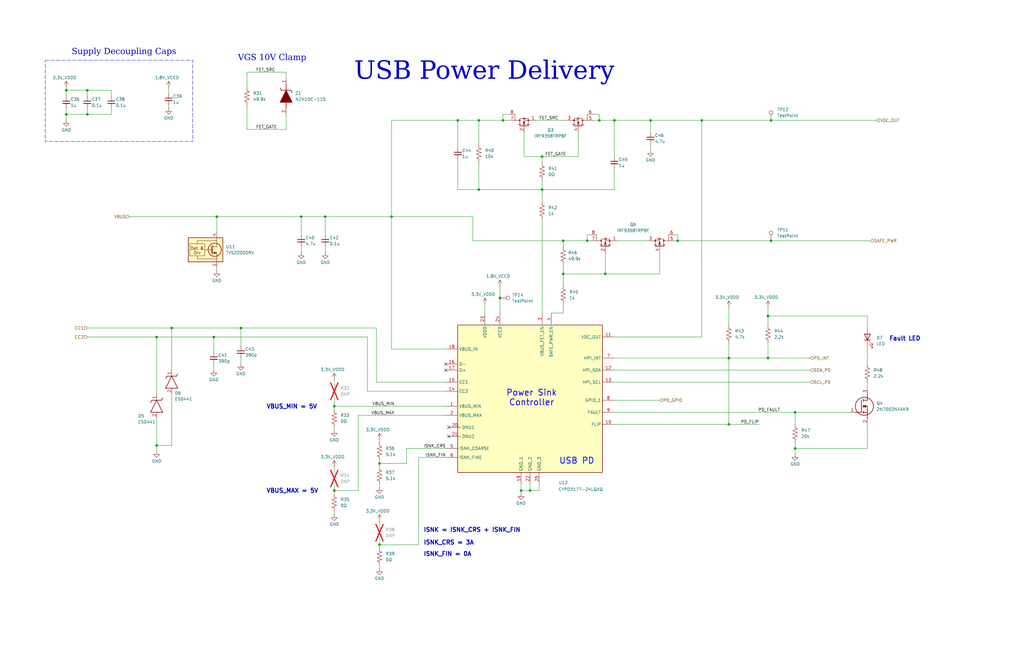
<source format=kicad_sch>
(kicad_sch (version 20231120) (generator "eeschema") (generator_version "8.0")
  (paper "B")
  (title_block (title "SCAN") (date "2025-01-23") (rev "v1.0") (company "Senior Design Group 35"))
  (lib_symbols
    (symbol "Connector:TestPoint" (pin_numbers hide) (pin_names (offset 0.762) hide)
      (property "Reference" "TP" (at 0 6.858 0))
      (property "Value" "TestPoint" (at 0 5.08 0))
      (symbol "TestPoint_0_1"
        (circle (center 0 3.302) (radius 0.762))
      )
      (symbol "TestPoint_1_1"
        (pin passive line (at 0 0 90) (length 2.54) (name "1") (number "1"))
      )
    )
    (symbol "Device:C_Small" (pin_numbers hide) (pin_names (offset 0.254) hide)
      (property "Reference" "C" (at 0.254 1.778 0))
      (property "Value" "C_Small" (at 0.254 -2.032 0))
      (symbol "C_Small_0_1"
        (polyline (pts (xy -1.524 -0.508) (xy 1.524 -0.508)) (stroke (width 0.3302)))
        (polyline (pts (xy -1.524 0.508) (xy 1.524 0.508)) (stroke (width 0.3048)))
      )
      (symbol "C_Small_1_1"
        (pin passive line (at 0 2.54 270) (length 2.032) (name "~") (number "1"))
        (pin passive line (at 0 -2.54 90) (length 2.032) (name "~") (number "2"))
      )
    )
    (symbol "Device:LED" (pin_numbers hide) (pin_names (offset 1.016) hide)
      (property "Reference" "D" (at 0 2.54 0))
      (property "Value" "LED" (at 0 -2.54 0))
      (symbol "LED_0_1"
        (polyline (pts (xy -1.27 -1.27) (xy -1.27 1.27)) (stroke (width 0.254)))
        (polyline (pts (xy -1.27 0) (xy 1.27 0)))
        (polyline (pts (xy 1.27 -1.27) (xy 1.27 1.27) (xy -1.27 0) (xy 1.27 -1.27)) (stroke (width 0.254)))
        (polyline (pts (xy -3.048 -0.762) (xy -4.572 -2.286) (xy -3.81 -2.286) (xy -4.572 -2.286) (xy -4.572 -1.524)))
        (polyline (pts (xy -1.778 -0.762) (xy -3.302 -2.286) (xy -2.54 -2.286) (xy -3.302 -2.286) (xy -3.302 -1.524)))
      )
      (symbol "LED_1_1"
        (pin passive line (at -3.81 0 0) (length 2.54) (name "K") (number "1"))
        (pin passive line (at 3.81 0 180) (length 2.54) (name "A") (number "2"))
      )
    )
    (symbol "Device:R_US" (pin_numbers hide) (pin_names (offset 0))
      (property "Reference" "R" (at 2.54 0 90))
      (property "Value" "R_US" (at -2.54 0 90))
      (symbol "R_US_0_1"
        (polyline (pts (xy 0 -2.286) (xy 0 -2.54)))
        (polyline (pts (xy 0 2.286) (xy 0 2.54)))
        (polyline (pts (xy 0 -0.762) (xy 1.016 -1.143) (xy 0 -1.524) (xy -1.016 -1.905) (xy 0 -2.286)))
        (polyline (pts (xy 0 0.762) (xy 1.016 0.381) (xy 0 0) (xy -1.016 -0.381) (xy 0 -0.762)))
        (polyline (pts (xy 0 2.286) (xy 1.016 1.905) (xy 0 1.524) (xy -1.016 1.143) (xy 0 0.762)))
      )
      (symbol "R_US_1_1"
        (pin passive line (at 0 3.81 270) (length 1.27) (name "~") (number "1"))
        (pin passive line (at 0 -3.81 90) (length 1.27) (name "~") (number "2"))
      )
    )
    (symbol "Power_Protection:TVS2200DRV" (pin_names (offset 0) hide)
      (property "Reference" "U" (at 2.54 1.27 0))
      (property "Value" "TVS2200DRV" (at 2.54 -1.27 0))
      (symbol "TVS2200DRV_0_0"
        (rectangle (start -11.43 2.54) (end -5.08 -2.54))
        (polyline (pts (xy 0 1.27) (xy -1.778 1.27)))
        (polyline (pts (xy -8.255 -2.54) (xy -8.255 -3.81) (xy 0 -3.81)))
        (polyline (pts (xy -8.255 2.54) (xy -8.255 3.81) (xy 0 3.81)))
        (text "Det &" (at -8.255 0.635 0) (effects (font (size 1.27 1.27))))
        (text "Drv" (at -8.255 -1.27 0) (effects (font (size 1.27 1.27))))
      )
      (symbol "TVS2200DRV_0_1"
        (rectangle (start -12.065 5.08) (end 2.54 -5.08) (stroke (width 0.254)) (fill (type background)))
        (circle (center -0.889 0) (radius 2.794) (stroke (width 0.254)))
        (polyline (pts (xy -2.286 0) (xy -5.08 0)))
        (polyline (pts (xy -2.286 1.397) (xy -2.286 -1.524)) (stroke (width 0.254)))
        (polyline (pts (xy -1.778 1.778) (xy -1.778 -1.778)) (stroke (width 0.254)))
        (polyline (pts (xy 0 -2.54) (xy 0 -5.08)))
        (polyline (pts (xy 0 2.54) (xy 0 1.27)))
        (polyline (pts (xy 0 5.08) (xy 0 2.54)))
        (polyline (pts (xy 0 -2.54) (xy 0 -1.27) (xy -1.778 -1.27)))
        (polyline (pts (xy -0.127 -1.27) (xy -1.143 -1.651) (xy -1.143 -0.889) (xy -0.127 -1.27)) (fill (type outline)))
      )
      (symbol "TVS2200DRV_1_1"
        (pin power_in line (at 0 -7.62 90) (length 2.54) (name "GND") (number "1"))
        (pin passive line (at 0 -7.62 90) (length 2.54) hide (name "GND") (number "2"))
        (pin passive line (at 0 -7.62 90) (length 2.54) hide (name "GND") (number "3"))
        (pin passive line (at 0 7.62 270) (length 2.54) (name "IN") (number "4"))
        (pin passive line (at 0 7.62 270) (length 2.54) hide (name "IN") (number "5"))
        (pin passive line (at 0 7.62 270) (length 2.54) hide (name "IN") (number "6"))
        (pin passive line (at 0 -7.62 90) (length 2.54) hide (name "GND") (number "7"))
      )
    )
    (symbol "custom_symbols:2N7002NXAKR" (pin_names hide)
      (property "Reference" "Q" (at 11.43 3.81 0))
      (property "Value" "2N7002NXAKR" (at 11.43 1.27 0))
      (symbol "2N7002NXAKR_1_1"
        (polyline (pts (xy 2.54 0) (xy 5.08 0)) (stroke (width 0.254)))
        (polyline (pts (xy 5.08 5.08) (xy 5.08 0)) (stroke (width 0.254)))
        (polyline (pts (xy 5.842 -0.508) (xy 5.842 0.508)) (stroke (width 0.254)))
        (polyline (pts (xy 5.842 0) (xy 7.62 0)) (stroke (width 0.254)))
        (polyline (pts (xy 5.842 2.032) (xy 5.842 3.048)) (stroke (width 0.254)))
        (polyline (pts (xy 5.842 5.588) (xy 5.842 4.572)) (stroke (width 0.254)))
        (polyline (pts (xy 7.62 2.54) (xy 5.842 2.54)) (stroke (width 0.254)))
        (polyline (pts (xy 7.62 2.54) (xy 7.62 -2.54)) (stroke (width 0.254)))
        (polyline (pts (xy 7.62 5.08) (xy 5.842 5.08)) (stroke (width 0.254)))
        (polyline (pts (xy 7.62 5.08) (xy 7.62 7.62)) (stroke (width 0.254)))
        (polyline (pts (xy 5.842 2.54) (xy 6.858 3.048) (xy 6.858 2.032) (xy 5.842 2.54)) (stroke (width 0.254)) (fill (type outline)))
        (circle (center 6.35 2.54) (radius 3.81) (stroke (width 0.254)))
        (pin passive line (at 0 0 0) (length 2.54) (name "G") (number "1"))
        (pin passive line (at 7.62 -5.08 90) (length 2.54) (name "S") (number "2"))
        (pin passive line (at 7.62 10.16 270) (length 2.54) (name "D") (number "3"))
      )
    )
    (symbol "custom_symbols:CYPD3177-24LQXQ"
      (property "Reference" "U" (at 68.072 32.004 0))
      (property "Value" "CYPD3177-24LQXQ" (at 68.072 29.464 0))
      (symbol "CYPD3177-24LQXQ_1_1"
        (rectangle (start 5.08 25.4) (end 66.04 -36.83) (stroke (width 0.254)) (fill (type background)))
        (text_box "Power Sink Controller" (at 22.86 0 0) (size 26.67 -10.16) (stroke (width -0.0001)) (effects (font (size 2.54 2.54) (thickness 0.3175))))
        (text_box "USB PD" (at 45.72 -27.94 0) (size 19.05 -7.62) (stroke (width -0.0001)) (effects (font (size 2.54 2.54) (thickness 0.3175))))
        (pin passive line (at 0 -8.89 0) (length 5.08) (name "VBUS_MIN") (number "1"))
        (pin passive line (at 71.12 -16.51 180) (length 5.08) (name "FLIP") (number "10"))
        (pin passive line (at 71.12 20.32 180) (length 5.08) (name "VDC_OUT") (number "11"))
        (pin passive line (at 71.12 6.35 180) (length 5.08) (name "HPI_SDA") (number "12"))
        (pin passive line (at 71.12 1.27 180) (length 5.08) (name "HPI_SCL") (number "13"))
        (pin passive line (at 0 -2.54 0) (length 5.08) (name "CC2") (number "14"))
        (pin passive line (at 0 1.27 0) (length 5.08) (name "CC1") (number "15"))
        (pin passive line (at 0 8.89 0) (length 5.08) (name "D-") (number "16"))
        (pin passive line (at 0 6.35 0) (length 5.08) (name "D+") (number "17"))
        (pin passive line (at 0 15.24 0) (length 5.08) (name "VBUS_IN") (number "18"))
        (pin passive line (at 31.75 -41.91 90) (length 5.08) (name "GND_1") (number "19"))
        (pin passive line (at 0 -12.7 0) (length 5.08) (name "VBUS_MAX") (number "2"))
        (pin passive line (at 1.27 -17.78 0) (length 5.08) (name "DNU1") (number "20"))
        (pin passive line (at 1.27 -21.59 0) (length 5.08) (name "DNU2") (number "21"))
        (pin passive line (at 35.56 -41.91 90) (length 5.08) (name "GND_2") (number "22"))
        (pin passive line (at 16.51 30.48 270) (length 5.08) (name "VDDD") (number "23"))
        (pin passive line (at 22.86 30.48 270) (length 5.08) (name "VCCD") (number "24"))
        (pin passive line (at 39.37 -41.91 90) (length 5.08) (name "GND_3") (number "25"))
        (pin passive line (at 40.64 30.48 270) (length 5.08) (name "VBUS_FET_EN") (number "3"))
        (pin passive line (at 44.45 30.48 270) (length 5.08) (name "SAFE_PWR_EN") (number "4"))
        (pin passive line (at 0 -26.67 0) (length 5.08) (name "ISNK_COARSE") (number "5"))
        (pin passive line (at 0 -30.48 0) (length 5.08) (name "ISNK_FINE") (number "6"))
        (pin passive line (at 71.12 11.43 180) (length 5.08) (name "HPI_INT") (number "7"))
        (pin passive line (at 71.12 -6.35 180) (length 5.08) (name "GPIO_1") (number "8"))
        (pin passive line (at 71.12 -11.43 180) (length 5.08) (name "FAULT") (number "9"))
      )
    )
    (symbol "custom_symbols:ESD441DPLR" (pin_names hide)
      (property "Reference" "D" (at 12.7 8.89 0))
      (property "Value" "ESD441DPLR" (at 12.7 6.35 0))
      (symbol "ESD441DPLR_1_1"
        (polyline (pts (xy 9.144 2.54) (xy 10.16 2.032)) (stroke (width 0.254)))
        (polyline (pts (xy 10.16 -2.032) (xy 10.16 2.032)) (stroke (width 0.254)))
        (polyline (pts (xy 10.16 -2.032) (xy 11.176 -2.54)) (stroke (width 0.254)))
        (polyline (pts (xy 10.16 0) (xy 15.24 -2.54)) (stroke (width 0.254)))
        (polyline (pts (xy 15.24 2.54) (xy 10.16 0)) (stroke (width 0.254)))
        (polyline (pts (xy 15.24 2.54) (xy 15.24 -2.54)) (stroke (width 0.254)))
        (pin passive line (at 7.62 0 0) (length 2.54) (name "1") (number "1"))
        (pin passive line (at 17.78 0 180) (length 2.54) (name "2") (number "2"))
      )
    )
    (symbol "custom_symbols:IRF9358TRPBF"
      (property "Reference" "Q1" (at -0.254 -5.588 0))
      (property "Value" "IRF9358TRPBF" (at -0.254 -8.128 0))
      (symbol "IRF9358TRPBF_0_2"
        (circle (center -13.208 0) (radius 0.254) (fill (type outline)))
        (circle (center -9.652 0) (radius 0.254) (fill (type outline)))
        (polyline (pts (xy -15.24 0) (xy -15.24 2.54)))
        (polyline (pts (xy -15.24 0) (xy -13.208 0)))
        (polyline (pts (xy -13.716 -1.778) (xy -12.7 -1.778)) (stroke (width 0.254)))
        (polyline (pts (xy -13.335 -2.286) (xy -9.525 -2.286)) (stroke (width 0.254)))
        (polyline (pts (xy -11.938 -1.778) (xy -10.922 -1.778)) (stroke (width 0.254)))
        (polyline (pts (xy -11.43 -2.286) (xy -11.43 -2.54)))
        (polyline (pts (xy -10.16 -1.778) (xy -9.144 -1.778)) (stroke (width 0.254)))
        (polyline (pts (xy 10.16 -1.778) (xy 9.144 -1.778)) (stroke (width 0.254)))
        (polyline (pts (xy 11.43 -2.286) (xy 11.43 -2.54)))
        (polyline (pts (xy 11.938 -1.778) (xy 10.922 -1.778)) (stroke (width 0.254)))
        (polyline (pts (xy 13.335 -2.286) (xy 9.525 -2.286)) (stroke (width 0.254)))
        (polyline (pts (xy 13.716 -1.778) (xy 12.7 -1.778)) (stroke (width 0.254)))
        (polyline (pts (xy 15.24 0) (xy 13.208 0)))
        (polyline (pts (xy 15.24 0) (xy 15.24 2.54)))
        (polyline (pts (xy -8.89 0) (xy -11.43 0) (xy -11.43 -1.778)))
        (polyline (pts (xy 8.89 0) (xy 11.43 0) (xy 11.43 -1.778)))
        (polyline (pts (xy -13.208 -1.778) (xy -13.208 0.762) (xy -9.652 0.762) (xy -9.652 -1.778)))
        (polyline (pts (xy -11.43 -0.254) (xy -11.811 -1.27) (xy -11.049 -1.27) (xy -11.43 -0.254)) (fill (type outline)))
        (polyline (pts (xy -11.049 0.762) (xy -11.684 0.381) (xy -11.684 1.143) (xy -11.049 0.762)))
        (polyline (pts (xy -10.922 0.254) (xy -11.049 0.381) (xy -11.049 1.143) (xy -11.176 1.27)))
        (polyline (pts (xy 10.922 0.254) (xy 11.049 0.381) (xy 11.049 1.143) (xy 11.176 1.27)))
        (polyline (pts (xy 11.049 0.762) (xy 11.684 0.381) (xy 11.684 1.143) (xy 11.049 0.762)))
        (polyline (pts (xy 11.43 -0.254) (xy 11.811 -1.27) (xy 11.049 -1.27) (xy 11.43 -0.254)) (fill (type outline)))
        (polyline (pts (xy 13.208 -1.778) (xy 13.208 0.762) (xy 9.652 0.762) (xy 9.652 -1.778)))
        (circle (center 9.652 0) (radius 0.254) (fill (type outline)))
        (circle (center 13.208 0) (radius 0.254) (fill (type outline)))
      )
      (symbol "IRF9358TRPBF_1_1"
        (rectangle (start 5.08 2.54) (end 20.32 -10.16) (stroke (width 0.254)) (fill (type background)))
        (pin passive line (at 0 0 0) (length 5.08) (name "S1") (number "1"))
        (pin passive line (at 0 -2.54 0) (length 5.08) (name "G1") (number "2"))
        (pin passive line (at 0 -5.08 0) (length 5.08) (name "S2") (number "3"))
        (pin passive line (at 0 -7.62 0) (length 5.08) (name "G2") (number "4"))
        (pin passive line (at 25.4 -7.62 180) (length 5.08) (name "D2_1") (number "5"))
        (pin passive line (at 25.4 -5.08 180) (length 5.08) (name "D2_2") (number "6"))
        (pin passive line (at 25.4 -2.54 180) (length 5.08) (name "D1_1") (number "7"))
        (pin passive line (at 25.4 0 180) (length 5.08) (name "D1_2") (number "8"))
      )
      (symbol "IRF9358TRPBF_1_2"
        (pin passive line (at -6.35 0 180) (length 2.54) (name "") (number "1"))
        (pin passive line (at -11.43 -5.08 90) (length 2.54) (name "") (number "2"))
        (pin passive line (at 6.35 0 0) (length 2.54) (name "") (number "3"))
        (pin passive line (at 11.43 -5.08 90) (length 2.54) (name "") (number "4"))
        (pin passive line (at 17.78 0 180) (length 2.54) (name "") (number "5"))
        (pin passive line (at 17.78 2.54 180) (length 2.54) (name "") (number "6"))
        (pin passive line (at -17.78 0 0) (length 2.54) (name "") (number "7"))
        (pin passive line (at -17.78 2.54 0) (length 2.54) (name "") (number "8"))
      )
    )
    (symbol "custom_symbols:NZH10C-115" (pin_names hide)
      (property "Reference" "Z" (at 10.16 8.89 0))
      (property "Value" "NZH10C-115" (at 10.16 6.35 0))
      (symbol "NZH10C-115_1_1"
        (polyline (pts (xy 2.54 0) (xy 5.08 0)) (stroke (width 0.254)))
        (polyline (pts (xy 4.064 -2.54) (xy 5.08 -2.032)) (stroke (width 0.254)))
        (polyline (pts (xy 5.08 2.032) (xy 5.08 -2.032)) (stroke (width 0.254)))
        (polyline (pts (xy 5.08 2.032) (xy 6.096 2.54)) (stroke (width 0.254)))
        (polyline (pts (xy 12.7 0) (xy 10.16 0)) (stroke (width 0.254)))
        (polyline (pts (xy 5.08 0) (xy 10.16 2.54) (xy 10.16 -2.54) (xy 5.08 0)) (stroke (width 0.254)) (fill (type outline)))
        (pin passive line (at 0 0 0) (length 2.54) (name "K") (number "1"))
        (pin passive line (at 15.24 0 180) (length 2.54) (name "A") (number "2"))
      )
    )
    (symbol "power:+3.3V" (power) (pin_numbers hide) (pin_names (offset 0) hide)
      (property "Value" "+3.3V" (at 0 3.556 0))
      (symbol "+3.3V_0_1"
        (polyline (pts (xy -0.762 1.27) (xy 0 2.54)))
        (polyline (pts (xy 0 0) (xy 0 2.54)))
        (polyline (pts (xy 0 2.54) (xy 0.762 1.27)))
      )
      (symbol "+3.3V_1_1"
        (pin power_in line (at 0 0 90) (length 0) (name "~") (number "1"))
      )
    )
    (symbol "power:GND" (power) (pin_numbers hide) (pin_names (offset 0) hide)
      (property "Value" "GND" (at 0 -3.81 0))
      (symbol "GND_0_1"
        (polyline (pts (xy 0 0) (xy 0 -1.27) (xy 1.27 -1.27) (xy 0 -2.54) (xy -1.27 -1.27) (xy 0 -1.27)))
      )
      (symbol "GND_1_1"
        (pin power_in line (at 0 0 270) (length 0) (name "~") (number "1"))
      )
    )
  )
  (junction (at 323.85 151.13))
  (junction (at 36.83 38.1))
  (junction (at 285.75 101.6))
  (junction (at 27.94 38.1))
  (junction (at 323.85 133.35))
  (junction (at 335.28 189.23))
  (junction (at 228.6 80.01))
  (junction (at 91.44 91.44))
  (junction (at 210.82 125.73))
  (junction (at 255.27 115.57))
  (junction (at 160.02 195.58))
  (junction (at 223.52 207.01))
  (junction (at 201.93 50.8))
  (junction (at 201.93 80.01))
  (junction (at 27.94 48.26))
  (junction (at 66.04 142.24))
  (junction (at 212.09 50.8))
  (junction (at 36.83 48.26))
  (junction (at 325.12 50.8))
  (junction (at 219.71 207.01))
  (junction (at 137.16 91.44))
  (junction (at 252.73 50.8))
  (junction (at 90.17 142.24))
  (junction (at 72.39 138.43))
  (junction (at 237.49 115.57))
  (junction (at 259.08 50.8))
  (junction (at 160.02 229.87))
  (junction (at 237.49 101.6))
  (junction (at 307.34 151.13))
  (junction (at 66.04 187.96))
  (junction (at 101.6 138.43))
  (junction (at 325.12 101.6))
  (junction (at 274.32 50.8))
  (junction (at 247.65 101.6))
  (junction (at 140.97 171.45))
  (junction (at 335.28 173.99))
  (junction (at 165.1 91.44))
  (junction (at 295.91 50.8))
  (junction (at 127 91.44))
  (junction (at 228.6 66.04))
  (junction (at 307.34 179.07))
  (junction (at 140.97 207.01))
  (junction (at 193.04 50.8))
  (no_connect (at 187.96 156.21))
  (no_connect (at 187.96 153.67))
  (no_connect (at 189.23 184.15))
  (no_connect (at 189.23 180.34))
  (wire (pts (xy 226.06 50.8) (xy 238.76 50.8)))
  (wire (pts (xy 193.04 80.01) (xy 201.93 80.01)))
  (wire (pts (xy 140.97 171.45) (xy 187.96 171.45)))
  (wire (pts (xy 214.63 48.26) (xy 212.09 48.26)))
  (wire (pts (xy 237.49 128.27) (xy 237.49 132.08)))
  (wire (pts (xy 220.98 66.04) (xy 228.6 66.04)))
  (wire (pts (xy 250.19 48.26) (xy 252.73 48.26)))
  (wire (pts (xy 201.93 80.01) (xy 228.6 80.01)))
  (wire (pts (xy 160.02 229.87) (xy 160.02 231.14)))
  (wire (pts (xy 193.04 67.31) (xy 193.04 80.01)))
  (wire (pts (xy 140.97 180.34) (xy 140.97 181.61)))
  (wire (pts (xy 307.34 151.13) (xy 323.85 151.13)))
  (wire (pts (xy 66.04 187.96) (xy 72.39 187.96)))
  (wire (pts (xy 101.6 151.13) (xy 101.6 153.67)))
  (wire (pts (xy 90.17 142.24) (xy 90.17 148.59)))
  (wire (pts (xy 223.52 204.47) (xy 223.52 207.01)))
  (wire (pts (xy 120.65 30.48) (xy 120.65 33.02)))
  (wire (pts (xy 252.73 48.26) (xy 252.73 50.8)))
  (wire (pts (xy 210.82 132.08) (xy 210.82 125.73)))
  (wire (pts (xy 237.49 111.76) (xy 237.49 115.57)))
  (wire (pts (xy 237.49 115.57) (xy 255.27 115.57)))
  (wire (pts (xy 223.52 207.01) (xy 227.33 207.01)))
  (wire (pts (xy 165.1 91.44) (xy 165.1 50.8)))
  (wire (pts (xy 201.93 50.8) (xy 212.09 50.8)))
  (wire (pts (xy 335.28 189.23) (xy 335.28 191.77)))
  (wire (pts (xy 204.47 128.27) (xy 204.47 132.08)))
  (wire (pts (xy 27.94 45.72) (xy 27.94 48.26)))
  (wire (pts (xy 335.28 173.99) (xy 335.28 179.07)))
  (wire (pts (xy 323.85 129.54) (xy 323.85 133.35)))
  (wire (pts (xy 154.94 142.24) (xy 154.94 165.1)))
  (wire (pts (xy 36.83 142.24) (xy 66.04 142.24)))
  (wire (pts (xy 165.1 91.44) (xy 199.39 91.44)))
  (wire (pts (xy 104.14 36.83) (xy 104.14 30.48)))
  (wire (pts (xy 250.19 50.8) (xy 252.73 50.8)))
  (wire (pts (xy 210.82 125.73) (xy 210.82 120.65)))
  (wire (pts (xy 66.04 187.96) (xy 66.04 190.5)))
  (wire (pts (xy 219.71 204.47) (xy 219.71 207.01)))
  (wire (pts (xy 247.65 99.06) (xy 247.65 101.6)))
  (wire (pts (xy 247.65 101.6) (xy 248.92 101.6)))
  (wire (pts (xy 274.32 60.96) (xy 274.32 63.5)))
  (wire (pts (xy 212.09 48.26) (xy 212.09 50.8)))
  (wire (pts (xy 160.02 194.31) (xy 160.02 195.58)))
  (wire (pts (xy 193.04 50.8) (xy 201.93 50.8)))
  (wire (pts (xy 228.6 92.71) (xy 228.6 132.08)))
  (wire (pts (xy 176.53 193.04) (xy 176.53 229.87)))
  (wire (pts (xy 176.53 229.87) (xy 160.02 229.87)))
  (wire (pts (xy 71.12 44.45) (xy 71.12 45.72)))
  (wire (pts (xy 104.14 54.61) (xy 120.65 54.61)))
  (wire (pts (xy 284.48 99.06) (xy 285.75 99.06)))
  (wire (pts (xy 140.97 207.01) (xy 140.97 208.28)))
  (wire (pts (xy 323.85 133.35) (xy 365.76 133.35)))
  (wire (pts (xy 151.13 175.26) (xy 151.13 207.01)))
  (wire (pts (xy 365.76 161.29) (xy 365.76 163.83)))
  (wire (pts (xy 46.99 38.1) (xy 46.99 40.64)))
  (wire (pts (xy 259.08 179.07) (xy 307.34 179.07)))
  (wire (pts (xy 232.41 132.08) (xy 237.49 132.08)))
  (wire (pts (xy 307.34 151.13) (xy 307.34 144.78)))
  (wire (pts (xy 201.93 50.8) (xy 201.93 60.96)))
  (wire (pts (xy 260.35 101.6) (xy 273.05 101.6)))
  (wire (pts (xy 160.02 229.87) (xy 160.02 228.6)))
  (wire (pts (xy 160.02 185.42) (xy 160.02 186.69)))
  (wire (pts (xy 160.02 204.47) (xy 160.02 205.74)))
  (wire (pts (xy 274.32 50.8) (xy 274.32 55.88)))
  (wire (pts (xy 171.45 195.58) (xy 160.02 195.58)))
  (wire (pts (xy 248.92 99.06) (xy 247.65 99.06)))
  (wire (pts (xy 36.83 138.43) (xy 72.39 138.43)))
  (wire (pts (xy 66.04 176.53) (xy 66.04 187.96)))
  (wire (pts (xy 259.08 173.99) (xy 335.28 173.99)))
  (wire (pts (xy 323.85 144.78) (xy 323.85 151.13)))
  (wire (pts (xy 325.12 101.6) (xy 367.03 101.6)))
  (wire (pts (xy 127 104.14) (xy 127 106.68)))
  (wire (pts (xy 101.6 138.43) (xy 101.6 146.05)))
  (wire (pts (xy 140.97 160.02) (xy 140.97 161.29)))
  (wire (pts (xy 365.76 179.07) (xy 365.76 189.23)))
  (wire (pts (xy 365.76 146.05) (xy 365.76 153.67)))
  (wire (pts (xy 104.14 30.48) (xy 120.65 30.48)))
  (wire (pts (xy 237.49 120.65) (xy 237.49 115.57)))
  (wire (pts (xy 165.1 50.8) (xy 193.04 50.8)))
  (wire (pts (xy 140.97 168.91) (xy 140.97 171.45)))
  (wire (pts (xy 307.34 129.54) (xy 307.34 137.16)))
  (wire (pts (xy 228.6 80.01) (xy 228.6 85.09)))
  (wire (pts (xy 36.83 48.26) (xy 27.94 48.26)))
  (wire (pts (xy 165.1 91.44) (xy 165.1 147.32)))
  (wire (pts (xy 259.08 161.29) (xy 341.63 161.29)))
  (wire (pts (xy 140.97 196.85) (xy 140.97 198.12)))
  (wire (pts (xy 193.04 50.8) (xy 193.04 62.23)))
  (wire (pts (xy 165.1 147.32) (xy 187.96 147.32)))
  (wire (pts (xy 199.39 101.6) (xy 237.49 101.6)))
  (wire (pts (xy 140.97 207.01) (xy 151.13 207.01)))
  (wire (pts (xy 259.08 151.13) (xy 307.34 151.13)))
  (wire (pts (xy 54.61 91.44) (xy 91.44 91.44)))
  (wire (pts (xy 255.27 106.68) (xy 255.27 115.57)))
  (wire (pts (xy 295.91 50.8) (xy 295.91 142.24)))
  (wire (pts (xy 259.08 71.12) (xy 259.08 80.01)))
  (wire (pts (xy 323.85 137.16) (xy 323.85 133.35)))
  (wire (pts (xy 307.34 179.07) (xy 320.04 179.07)))
  (wire (pts (xy 72.39 138.43) (xy 101.6 138.43)))
  (wire (pts (xy 160.02 219.71) (xy 160.02 220.98)))
  (wire (pts (xy 120.65 54.61) (xy 120.65 48.26)))
  (wire (pts (xy 199.39 91.44) (xy 199.39 101.6)))
  (wire (pts (xy 365.76 138.43) (xy 365.76 133.35)))
  (wire (pts (xy 160.02 195.58) (xy 160.02 196.85)))
  (wire (pts (xy 104.14 44.45) (xy 104.14 54.61)))
  (wire (pts (xy 259.08 156.21) (xy 341.63 156.21)))
  (wire (pts (xy 140.97 205.74) (xy 140.97 207.01)))
  (wire (pts (xy 91.44 91.44) (xy 91.44 97.79)))
  (wire (pts (xy 27.94 36.83) (xy 27.94 38.1)))
  (wire (pts (xy 220.98 66.04) (xy 220.98 55.88)))
  (wire (pts (xy 274.32 50.8) (xy 295.91 50.8)))
  (wire (pts (xy 91.44 114.3) (xy 91.44 113.03)))
  (wire (pts (xy 72.39 166.37) (xy 72.39 187.96)))
  (wire (pts (xy 335.28 186.69) (xy 335.28 189.23)))
  (wire (pts (xy 66.04 142.24) (xy 90.17 142.24)))
  (wire (pts (xy 255.27 115.57) (xy 278.13 115.57)))
  (wire (pts (xy 27.94 38.1) (xy 36.83 38.1)))
  (wire (pts (xy 137.16 91.44) (xy 137.16 99.06)))
  (wire (pts (xy 323.85 151.13) (xy 341.63 151.13)))
  (wire (pts (xy 223.52 207.01) (xy 219.71 207.01)))
  (wire (pts (xy 228.6 66.04) (xy 228.6 68.58)))
  (wire (pts (xy 365.76 189.23) (xy 335.28 189.23)))
  (wire (pts (xy 237.49 101.6) (xy 237.49 104.14)))
  (wire (pts (xy 278.13 106.68) (xy 278.13 115.57)))
  (wire (pts (xy 158.75 161.29) (xy 187.96 161.29)))
  (wire (pts (xy 158.75 138.43) (xy 158.75 161.29)))
  (wire (pts (xy 187.96 175.26) (xy 151.13 175.26)))
  (wire (pts (xy 219.71 207.01) (xy 219.71 208.28)))
  (wire (pts (xy 307.34 179.07) (xy 307.34 151.13)))
  (wire (pts (xy 127 91.44) (xy 137.16 91.44)))
  (wire (pts (xy 259.08 50.8) (xy 259.08 66.04)))
  (wire (pts (xy 36.83 38.1) (xy 36.83 40.64)))
  (wire (pts (xy 228.6 76.2) (xy 228.6 80.01)))
  (wire (pts (xy 285.75 101.6) (xy 325.12 101.6)))
  (wire (pts (xy 335.28 173.99) (xy 358.14 173.99)))
  (wire (pts (xy 237.49 101.6) (xy 247.65 101.6)))
  (wire (pts (xy 187.96 189.23) (xy 171.45 189.23)))
  (wire (pts (xy 227.33 204.47) (xy 227.33 207.01)))
  (wire (pts (xy 27.94 38.1) (xy 27.94 40.64)))
  (wire (pts (xy 228.6 66.04) (xy 243.84 66.04)))
  (wire (pts (xy 36.83 38.1) (xy 46.99 38.1)))
  (wire (pts (xy 90.17 142.24) (xy 154.94 142.24)))
  (wire (pts (xy 285.75 99.06) (xy 285.75 101.6)))
  (wire (pts (xy 101.6 138.43) (xy 158.75 138.43)))
  (wire (pts (xy 259.08 142.24) (xy 295.91 142.24)))
  (wire (pts (xy 259.08 168.91) (xy 278.13 168.91)))
  (wire (pts (xy 140.97 215.9) (xy 140.97 217.17)))
  (wire (pts (xy 46.99 45.72) (xy 46.99 48.26)))
  (wire (pts (xy 228.6 80.01) (xy 259.08 80.01)))
  (wire (pts (xy 71.12 36.83) (xy 71.12 39.37)))
  (wire (pts (xy 187.96 193.04) (xy 176.53 193.04)))
  (wire (pts (xy 46.99 48.26) (xy 36.83 48.26)))
  (wire (pts (xy 154.94 165.1) (xy 187.96 165.1)))
  (wire (pts (xy 325.12 50.8) (xy 369.57 50.8)))
  (wire (pts (xy 127 91.44) (xy 127 99.06)))
  (wire (pts (xy 252.73 50.8) (xy 259.08 50.8)))
  (wire (pts (xy 72.39 138.43) (xy 72.39 156.21)))
  (wire (pts (xy 140.97 171.45) (xy 140.97 172.72)))
  (wire (pts (xy 160.02 238.76) (xy 160.02 240.03)))
  (wire (pts (xy 284.48 101.6) (xy 285.75 101.6)))
  (wire (pts (xy 259.08 50.8) (xy 274.32 50.8)))
  (wire (pts (xy 90.17 153.67) (xy 90.17 156.21)))
  (wire (pts (xy 243.84 55.88) (xy 243.84 66.04)))
  (wire (pts (xy 137.16 104.14) (xy 137.16 106.68)))
  (wire (pts (xy 137.16 91.44) (xy 165.1 91.44)))
  (wire (pts (xy 295.91 50.8) (xy 325.12 50.8)))
  (wire (pts (xy 171.45 189.23) (xy 171.45 195.58)))
  (wire (pts (xy 27.94 48.26) (xy 27.94 50.8)))
  (wire (pts (xy 36.83 45.72) (xy 36.83 48.26)))
  (wire (pts (xy 201.93 68.58) (xy 201.93 80.01)))
  (wire (pts (xy 212.09 50.8) (xy 214.63 50.8)))
  (wire (pts (xy 91.44 91.44) (xy 127 91.44)))
  (wire (pts (xy 66.04 142.24) (xy 66.04 166.37)))
  (rectangle (start 19.05 25.4) (end 81.28 59.69) (stroke (width 0) (type dash)))
  (text "ISNK_CRS = 3A" (at 178.562 230.124 0) (effects (font (size 1.778 1.778) (thickness 0.3556) (bold yes)) (justify left bottom)))
  (text "VGS 10V Clamp" (at 100.33 26.67 0) (effects (font (size 2.54 2.54) (thickness 0.3175)) (justify left bottom)))
  (text "USB Power Delivery" (at 204.216 32.258 0) (effects (font (size 7.62 7.62) (thickness 0.9525))))
  (text "Fault LED" (at 374.904 144.018 0) (effects (font (size 1.778 1.778) (thickness 0.3556) (bold yes)) (justify left bottom)))
  (text "ISNK = ISNK_CRS + ISNK_FIN" (at 178.562 224.79 0) (effects (font (size 1.778 1.778) (thickness 0.3556) (bold yes)) (justify left bottom)))
  (text "VBUS_MAX = 5V" (at 112.268 208.28 0) (effects (font (size 1.778 1.778) (thickness 0.3556) (bold yes)) (justify left bottom)))
  (text "Supply Decoupling Caps" (at 30.226 24.13 0) (effects (font (size 2.54 2.54) (thickness 0.3175)) (justify left bottom)))
  (text "VBUS_MIN = 5V" (at 112.268 172.72 0) (effects (font (size 1.778 1.778) (thickness 0.3556) (bold yes)) (justify left bottom)))
  (text "ISNK_FIN = 0A" (at 178.562 234.95 0) (effects (font (size 1.778 1.778) (thickness 0.3556) (bold yes)) (justify left bottom)))
  (label "FET_GATE" (at 229.87 66.04 0))
  (label "VBUS_MIN" (at 166.37 171.45 180))
  (label "ISNK_FIN" (at 187.96 193.04 180))
  (label "FET_GATE" (at 107.95 54.61 0))
  (label "PD_FLIP" (at 320.04 179.07 180))
  (label "PD_FAULT" (at 328.93 173.99 180))
  (label "VBUS_MAX" (at 166.37 175.26 180))
  (label "FET_SRC" (at 107.95 30.48 0))
  (label "ISNK_CRS" (at 187.96 189.23 180))
  (label "FET_SRC" (at 227.33 50.8 0))
  (hierarchical_label "PD_GPIO" (shape input) (at 278.13 168.91 0))
  (hierarchical_label "PD_INT" (shape input) (at 341.63 151.13 0))
  (hierarchical_label "VBUS" (shape input) (at 54.61 91.44 180))
  (hierarchical_label "CC1" (shape input) (at 36.83 138.43 180))
  (hierarchical_label "SDA_PD" (shape input) (at 341.63 156.21 0))
  (hierarchical_label "VDC_OUT" (shape input) (at 369.57 50.8 0))
  (hierarchical_label "CC2" (shape input) (at 36.83 142.24 180))
  (hierarchical_label "SAFE_PWR" (shape input) (at 367.03 101.6 0))
  (hierarchical_label "SCL_PD" (shape input) (at 341.63 161.29 0))
  (symbol (lib_id "power:GND") (at 91.44 114.3 0) (unit 1)
    (property "Reference" "#PWR060" (effects (hide yes)))
    (property "Value" "GND" (at 91.44 118.364 0))
    (property "Description" "Power symbol creates a global label with name \"GND\" , ground" (effects (hide yes)))
  )
  (symbol (lib_id "power:+3.3V") (at 71.12 36.83 0) (unit 1)
    (property "Reference" "#PWR029" (effects (hide yes)))
    (property "Value" "1.8V_VCCD" (at 65.278 32.766 0) (effects (justify left)))
    (property "Description" "Power symbol creates a global label with name \"+3.3V\"" (effects (hide yes)))
  )
  (symbol (lib_id "Device:R_US") (at 140.97 201.93 0) (unit 1) (dnp yes)
    (property "Reference" "R34" (at 143.51 200.6599 0) (effects (justify left)))
    (property "Value" "DNP" (at 143.51 203.1999 0) (effects (justify left)))
    (property "Description" "Resistor, US symbol" (effects (hide yes)))
  )
  (symbol (lib_id "power:GND") (at 137.16 106.68 0) (unit 1)
    (property "Reference" "#PWR069" (effects (hide yes)))
    (property "Value" "GND" (at 137.16 110.744 0))
    (property "Description" "Power symbol creates a global label with name \"GND\" , ground" (effects (hide yes)))
  )
  (symbol (lib_id "power:GND") (at 71.12 45.72 0) (unit 1)
    (property "Reference" "#PWR059" (effects (hide yes)))
    (property "Value" "GND" (at 71.12 49.784 0))
    (property "Description" "Power symbol creates a global label with name \"GND\" , ground" (effects (hide yes)))
  )
  (symbol (lib_id "power:+3.3V") (at 210.82 120.65 0) (unit 1)
    (property "Reference" "#PWR080" (effects (hide yes)))
    (property "Value" "1.8V_VCCD" (at 204.978 116.586 0) (effects (justify left)))
    (property "Description" "Power symbol creates a global label with name \"+3.3V\"" (effects (hide yes)))
  )
  (symbol (lib_id "custom_symbols:ESD441DPLR") (at 72.39 148.59 270) (unit 1)
    (property "Reference" "D6" (at 73.66 165.862 90) (effects (justify left)))
    (property "Value" "ESD441" (at 73.66 168.402 90) (effects (justify left)))
    (property "Datasheet" "http://www.ti.com/lit/gpn/esd321" (effects (hide yes)))
    (property "Description" "1-Channel 30 kV ESD Protection Diode With Low Capacitance (< 1pF) in 0201 Package" (effects (hide yes)))
    (property "Manufacturer_Name" "Texas Instruments" (effects (hide yes)))
    (property "Manufacturer_Part_Number" "ESD321DPYR" (effects (hide yes)))
    (property "Arrow Part Number" "ESD321DPYR" (effects (hide yes)))
    (property "Arrow Price/Stock" "https://www.arrow.com/en/products/esd321dpyr/texas-instruments?utm_currency=USD&region=nac" (effects (hide yes)))
  )
  (symbol (lib_id "custom_symbols:NZH10C-115") (at 120.65 33.02 270) (unit 1)
    (property "Reference" "Z1" (at 124.46 39.3699 90) (effects (justify left)))
    (property "Value" "NZH10C-115" (at 124.46 41.9099 90) (effects (justify left)))
    (property "Datasheet" "https://assets.nexperia.com/documents/data-sheet/NZH_SER.pdf" (effects (hide yes)))
    (property "Description" "NEXPERIA - NZH10C,115 - Zener Single Diode, 10 V, 500 mW, SOD-123F, 2.5 %, 2 Pins, 150 ?C" (effects (hide yes)))
    (property "Height" "1.2" (effects (hide yes)))
    (property "Manufacturer_Name" "Nexperia" (effects (hide yes)))
    (property "Manufacturer_Part_Number" "NZH10C,115" (effects (hide yes)))
    (property "Arrow Part Number" "NZH10C,115" (effects (hide yes)))
    (property "Arrow Price/Stock" "https://www.arrow.com/en/products/nzh10c115/nexperia?region=nac" (effects (hide yes)))
  )
  (symbol (lib_id "Device:R_US") (at 323.85 140.97 0) (unit 1)
    (property "Reference" "R44" (at 326.39 139.6999 0) (effects (justify left)))
    (property "Value" "2.2k" (at 326.39 142.2399 0) (effects (justify left)))
    (property "Description" "Resistor, US symbol" (effects (hide yes)))
  )
  (symbol (lib_id "Power_Protection:TVS2200DRV") (at 91.44 105.41 0) (unit 1)
    (property "Reference" "U11" (at 95.25 104.1399 0) (effects (justify left)))
    (property "Value" "TVS2200DRV" (at 95.25 106.6799 0) (effects (justify left)))
    (property "Footprint" "Package_SON:WSON-6-1EP_2x2mm_P0.65mm_EP1x1.6mm" (effects (hide yes)))
    (property "Datasheet" "http://www.ti.com/lit/ds/symlink/tvs2200.pdf" (effects (hide yes)))
    (property "Description" "Flat-Clamp Surge Protection Device. 22Vrwm, WSON-6" (effects (hide yes)))
  )
  (symbol (lib_id "power:GND") (at 90.17 156.21 0) (unit 1)
    (property "Reference" "#PWR068" (effects (hide yes)))
    (property "Value" "GND" (at 90.17 160.274 0))
    (property "Description" "Power symbol creates a global label with name \"GND\" , ground" (effects (hide yes)))
  )
  (symbol (lib_id "Device:R_US") (at 160.02 200.66 0) (unit 1)
    (property "Reference" "R37" (at 162.56 199.3899 0) (effects (justify left)))
    (property "Value" "5.1k" (at 162.56 201.9299 0) (effects (justify left)))
    (property "Description" "Resistor, US symbol" (effects (hide yes)))
  )
  (symbol (lib_id "power:GND") (at 274.32 63.5 0) (unit 1)
    (property "Reference" "#PWR082" (effects (hide yes)))
    (property "Value" "GND" (at 274.32 67.564 0))
    (property "Description" "Power symbol creates a global label with name \"GND\" , ground" (effects (hide yes)))
  )
  (symbol (lib_id "Device:R_US") (at 335.28 182.88 0) (unit 1)
    (property "Reference" "R47" (at 337.82 181.6099 0) (effects (justify left)))
    (property "Value" "20k" (at 337.82 184.1499 0) (effects (justify left)))
    (property "Description" "Resistor, US symbol" (effects (hide yes)))
  )
  (symbol (lib_id "Connector:TestPoint") (at 210.82 125.73 270) (unit 1)
    (property "Reference" "TP14" (at 215.9 124.4599 90) (effects (justify left)))
    (property "Value" "TestPoint" (at 215.9 126.9999 90) (effects (justify left)))
    (property "Footprint" "TestPoint:TestPoint_Pad_2.0x2.0mm" (effects (hide yes)))
    (property "Description" "test point" (effects (hide yes)))
  )
  (symbol (lib_id "power:GND") (at 66.04 190.5 0) (unit 1)
    (property "Reference" "#PWR066" (effects (hide yes)))
    (property "Value" "GND" (at 66.04 194.564 0))
    (property "Description" "Power symbol creates a global label with name \"GND\" , ground" (effects (hide yes)))
  )
  (symbol (lib_id "power:+3.3V") (at 160.02 219.71 0) (unit 1)
    (property "Reference" "#PWR077" (effects (hide yes)))
    (property "Value" "3.3V_VDDD" (at 154.178 215.646 0) (effects (justify left)))
    (property "Description" "Power symbol creates a global label with name \"+3.3V\"" (effects (hide yes)))
  )
  (symbol (lib_id "power:GND") (at 140.97 217.17 0) (unit 1)
    (property "Reference" "#PWR074" (effects (hide yes)))
    (property "Value" "GND" (at 140.97 221.234 0))
    (property "Description" "Power symbol creates a global label with name \"GND\" , ground" (effects (hide yes)))
  )
  (symbol (lib_id "Device:R_US") (at 365.76 157.48 0) (unit 1)
    (property "Reference" "R48" (at 368.3 156.2099 0) (effects (justify left)))
    (property "Value" "2.2k" (at 368.3 158.7499 0) (effects (justify left)))
    (property "Description" "Resistor, US symbol" (effects (hide yes)))
  )
  (symbol (lib_id "power:GND") (at 27.94 50.8 0) (unit 1)
    (property "Reference" "#PWR028" (effects (hide yes)))
    (property "Value" "GND" (at 27.94 54.864 0))
    (property "Description" "Power symbol creates a global label with name \"GND\" , ground" (effects (hide yes)))
  )
  (symbol (lib_id "power:+3.3V") (at 204.47 128.27 0) (unit 1)
    (property "Reference" "#PWR079" (effects (hide yes)))
    (property "Value" "3.3V_VDDD" (at 198.628 124.206 0) (effects (justify left)))
    (property "Description" "Power symbol creates a global label with name \"+3.3V\"" (effects (hide yes)))
  )
  (symbol (lib_id "Device:R_US") (at 160.02 224.79 0) (unit 1) (dnp yes)
    (property "Reference" "R38" (at 162.56 223.5199 0) (effects (justify left)))
    (property "Value" "DNP" (at 162.56 226.0599 0) (effects (justify left)))
    (property "Description" "Resistor, US symbol" (effects (hide yes)))
  )
  (symbol (lib_id "power:+3.3V") (at 27.94 36.83 0) (unit 1)
    (property "Reference" "#PWR027" (effects (hide yes)))
    (property "Value" "3.3V_VDDD" (at 22.098 32.766 0) (effects (justify left)))
    (property "Description" "Power symbol creates a global label with name \"+3.3V\"" (effects (hide yes)))
  )
  (symbol (lib_id "custom_symbols:IRF9358TRPBF") (at 232.41 50.8 0) (unit 1) (convert 2)
    (property "Reference" "Q3" (at 232.156 54.864 0))
    (property "Value" "IRF9358TRPBF" (at 232.156 57.404 0))
    (property "Datasheet" "https://www.diodes.com//assets/Datasheets/ds31420.pdf" (effects (hide yes)))
    (property "Height" "1.75" (effects (hide yes)))
    (property "Manufacturer_Name" "Diodes Incorporated" (effects (hide yes)))
    (property "Manufacturer_Part_Number" "DMP3056LSD-13" (effects (hide yes)))
    (property "Arrow Part Number" "DMP3056LSD-13" (effects (hide yes)))
    (property "Arrow Price/Stock" "https://www.arrow.com/en/products/dmp3056lsd-13/diodes-incorporated?region=europe" (effects (hide yes)))
  )
  (symbol (lib_id "Device:C_Small") (at 90.17 151.13 0) (unit 1)
    (property "Reference" "C41" (at 91.948 149.86 0) (effects (justify left)))
    (property "Value" "390p" (at 91.948 152.4 0) (effects (justify left)))
    (property "Description" "16V, X7R" (effects (hide yes)))
  )
  (symbol (lib_id "power:GND") (at 101.6 153.67 0) (unit 1)
    (property "Reference" "#PWR070" (effects (hide yes)))
    (property "Value" "GND" (at 101.6 157.734 0))
    (property "Description" "Power symbol creates a global label with name \"GND\" , ground" (effects (hide yes)))
  )
  (symbol (lib_id "Connector:TestPoint") (at 325.12 50.8 0) (unit 1)
    (property "Reference" "TP12" (at 327.66 46.2279 0) (effects (justify left)))
    (property "Value" "TestPoint" (at 327.66 48.7679 0) (effects (justify left)))
    (property "Footprint" "TestPoint:TestPoint_Pad_2.0x2.0mm" (effects (hide yes)))
    (property "Description" "test point" (effects (hide yes)))
  )
  (symbol (lib_id "Device:R_US") (at 160.02 234.95 0) (unit 1)
    (property "Reference" "R39" (at 162.56 233.6799 0) (effects (justify left)))
    (property "Value" "0Ω" (at 162.56 236.2199 0) (effects (justify left)))
    (property "Description" "Resistor, US symbol" (effects (hide yes)))
  )
  (symbol (lib_id "power:GND") (at 127 106.68 0) (unit 1)
    (property "Reference" "#PWR067" (effects (hide yes)))
    (property "Value" "GND" (at 127 110.744 0))
    (property "Description" "Power symbol creates a global label with name \"GND\" , ground" (effects (hide yes)))
  )
  (symbol (lib_id "power:GND") (at 160.02 205.74 0) (unit 1)
    (property "Reference" "#PWR076" (effects (hide yes)))
    (property "Value" "GND" (at 160.02 209.804 0))
    (property "Description" "Power symbol creates a global label with name \"GND\" , ground" (effects (hide yes)))
  )
  (symbol (lib_id "power:GND") (at 140.97 181.61 0) (unit 1)
    (property "Reference" "#PWR072" (effects (hide yes)))
    (property "Value" "GND" (at 140.97 185.674 0))
    (property "Description" "Power symbol creates a global label with name \"GND\" , ground" (effects (hide yes)))
  )
  (symbol (lib_id "Device:C_Small") (at 274.32 58.42 0) (unit 1)
    (property "Reference" "C46" (at 276.098 57.15 0) (effects (justify left)))
    (property "Value" "4.7u" (at 276.098 59.69 0) (effects (justify left)))
    (property "Description" "50V, C1210" (effects (hide yes)))
  )
  (symbol (lib_id "power:GND") (at 219.71 208.28 0) (unit 1)
    (property "Reference" "#PWR081" (effects (hide yes)))
    (property "Value" "GND" (at 219.71 212.344 0))
    (property "Description" "Power symbol creates a global label with name \"GND\" , ground" (effects (hide yes)))
  )
  (symbol (lib_id "custom_symbols:CYPD3177-24LQXQ") (at 187.96 162.56 0) (unit 1)
    (property "Reference" "U12" (at 237.49 203.708 0))
    (property "Value" "CYPD3177-24LQXQ" (at 244.856 206.502 0))
    (property "Datasheet" "https://au.mouser.com/datasheet/2/196/CYPR_S_A0012903526_1-3004964.pdf" (effects (hide yes)))
    (property "Description" "USB Interface IC USB Type-C port controller CYPD3177" (effects (hide yes)))
    (property "Height" "0.6" (effects (hide yes)))
    (property "Manufacturer_Name" "Infineon" (effects (hide yes)))
    (property "Manufacturer_Part_Number" "CYPD3177-24LQXQ" (effects (hide yes)))
    (property "Arrow Part Number" "CYPD3177-24LQXQ" (effects (hide yes)))
    (property "Arrow Price/Stock" "https://www.arrow.com/en/products/cypd3177-24lqxq/infineon-technologies-ag?utm_currency=USD&region=nac" (effects (hide yes)))
  )
  (symbol (lib_id "Connector:TestPoint") (at 325.12 101.6 0) (unit 1)
    (property "Reference" "TP11" (at 327.66 97.0279 0) (effects (justify left)))
    (property "Value" "TestPoint" (at 327.66 99.5679 0) (effects (justify left)))
    (property "Footprint" "TestPoint:TestPoint_Pad_2.0x2.0mm" (effects (hide yes)))
    (property "Description" "test point" (effects (hide yes)))
  )
  (symbol (lib_id "Device:R_US") (at 140.97 176.53 0) (unit 1)
    (property "Reference" "R33" (at 143.51 175.2599 0) (effects (justify left)))
    (property "Value" "0Ω" (at 143.51 177.7999 0) (effects (justify left)))
    (property "Description" "Resistor, US symbol" (effects (hide yes)))
  )
  (symbol (lib_id "custom_symbols:2N7002NXAKR") (at 358.14 173.99 0) (unit 1)
    (property "Reference" "Q4" (at 369.57 170.1799 0) (effects (justify left)))
    (property "Value" "2N7002NXAKR" (at 369.57 172.7199 0) (effects (justify left)))
    (property "Datasheet" "https://assets.nexperia.com/documents/data-sheet/2N7002NXAK.pdf" (effects (hide yes)))
    (property "Description" "NEXPERIA - 2N7002NXAKR - MOSFET Transistor, Trench, N Channel, 190 mA, 60 V, 3 ohm, 10 V, 1.6 V" (effects (hide yes)))
    (property "Height" "1.1" (effects (hide yes)))
    (property "Mouser Part Number" "771-2N7002NXAKR" (effects (hide yes)))
    (property "Mouser Price/Stock" "https://www.mouser.co.uk/ProductDetail/Nexperia/2N7002NXAKR?qs=%252B6g0mu59x7JoAsZYPFXqhw%3D%3D" (effects (hide yes)))
    (property "Manufacturer_Name" "Nexperia" (effects (hide yes)))
    (property "Manufacturer_Part_Number" "2N7002NXAKR" (effects (hide yes)))
  )
  (symbol (lib_id "Device:R_US") (at 104.14 40.64 0) (unit 1)
    (property "Reference" "R31" (at 106.68 39.3699 0) (effects (justify left)))
    (property "Value" "49.9k" (at 106.68 41.9099 0) (effects (justify left)))
    (property "Description" "Resistor, US symbol" (effects (hide yes)))
  )
  (symbol (lib_id "Device:C_Small") (at 27.94 43.18 0) (unit 1)
    (property "Reference" "C36" (at 29.718 41.91 0) (effects (justify left)))
    (property "Value" "1u" (at 29.718 44.45 0) (effects (justify left)))
    (property "Description" "16V, X7R" (effects (hide yes)))
  )
  (symbol (lib_id "power:+3.3V") (at 160.02 185.42 0) (unit 1)
    (property "Reference" "#PWR075" (effects (hide yes)))
    (property "Value" "3.3V_VDDD" (at 154.178 181.356 0) (effects (justify left)))
    (property "Description" "Power symbol creates a global label with name \"+3.3V\"" (effects (hide yes)))
  )
  (symbol (lib_id "Device:C_Small") (at 259.08 68.58 0) (unit 1)
    (property "Reference" "C45" (at 260.858 67.31 0) (effects (justify left)))
    (property "Value" "1u" (at 260.858 69.85 0) (effects (justify left)))
    (property "Description" "35V, no load" (effects (hide yes)))
  )
  (symbol (lib_id "custom_symbols:IRF9358TRPBF") (at 266.7 101.6 0) (unit 1) (convert 2)
    (property "Reference" "Q6" (at 266.954 94.742 0))
    (property "Value" "IRF9358TRPBF" (at 266.954 97.282 0))
    (property "Datasheet" "https://www.diodes.com//assets/Datasheets/ds31420.pdf" (effects (hide yes)))
    (property "Height" "1.75" (effects (hide yes)))
    (property "Manufacturer_Name" "Diodes Incorporated" (effects (hide yes)))
    (property "Manufacturer_Part_Number" "DMP3056LSD-13" (effects (hide yes)))
    (property "Arrow Part Number" "DMP3056LSD-13" (effects (hide yes)))
    (property "Arrow Price/Stock" "https://www.arrow.com/en/products/dmp3056lsd-13/diodes-incorporated?region=europe" (effects (hide yes)))
  )
  (symbol (lib_id "power:+3.3V") (at 140.97 196.85 0) (unit 1)
    (property "Reference" "#PWR073" (effects (hide yes)))
    (property "Value" "3.3V_VDDD" (at 135.128 192.786 0) (effects (justify left)))
    (property "Description" "Power symbol creates a global label with name \"+3.3V\"" (effects (hide yes)))
  )
  (symbol (lib_id "Device:R_US") (at 237.49 124.46 0) (unit 1)
    (property "Reference" "R45" (at 240.03 123.1899 0) (effects (justify left)))
    (property "Value" "1k" (at 240.03 125.7299 0) (effects (justify left)))
    (property "Description" "Resistor, US symbol" (effects (hide yes)))
  )
  (symbol (lib_id "Device:R_US") (at 307.34 140.97 0) (unit 1)
    (property "Reference" "R43" (at 309.88 139.6999 0) (effects (justify left)))
    (property "Value" "4.7k" (at 309.88 142.2399 0) (effects (justify left)))
    (property "Description" "Resistor, US symbol" (effects (hide yes)))
  )
  (symbol (lib_id "Device:C_Small") (at 127 101.6 0) (unit 1)
    (property "Reference" "C40" (at 128.778 100.33 0) (effects (justify left)))
    (property "Value" "4.7u" (at 128.778 102.87 0) (effects (justify left)))
    (property "Description" "50V, C1210" (effects (hide yes)))
  )
  (symbol (lib_id "power:GND") (at 160.02 240.03 0) (unit 1)
    (property "Reference" "#PWR078" (effects (hide yes)))
    (property "Value" "GND" (at 160.02 244.094 0))
    (property "Description" "Power symbol creates a global label with name \"GND\" , ground" (effects (hide yes)))
  )
  (symbol (lib_id "power:+3.3V") (at 140.97 160.02 0) (unit 1)
    (property "Reference" "#PWR071" (effects (hide yes)))
    (property "Value" "3.3V_VDDD" (at 135.128 155.956 0) (effects (justify left)))
    (property "Description" "Power symbol creates a global label with name \"+3.3V\"" (effects (hide yes)))
  )
  (symbol (lib_id "Device:C_Small") (at 137.16 101.6 0) (unit 1)
    (property "Reference" "C42" (at 138.938 100.33 0) (effects (justify left)))
    (property "Value" "0.1u" (at 138.938 102.87 0) (effects (justify left)))
    (property "Description" "50V, C1210" (effects (hide yes)))
  )
  (symbol (lib_id "Device:R_US") (at 201.93 64.77 0) (unit 1)
    (property "Reference" "R40" (at 204.47 63.4999 0) (effects (justify left)))
    (property "Value" "10k" (at 204.47 66.0399 0) (effects (justify left)))
    (property "Description" "Resistor, US symbol" (effects (hide yes)))
  )
  (symbol (lib_id "Device:C_Small") (at 193.04 64.77 0) (unit 1)
    (property "Reference" "C44" (at 194.818 63.5 0) (effects (justify left)))
    (property "Value" "1u" (at 194.818 66.04 0) (effects (justify left)))
    (property "Description" "35V" (effects (hide yes)))
  )
  (symbol (lib_id "Device:R_US") (at 160.02 190.5 0) (unit 1)
    (property "Reference" "R36" (at 162.56 189.2299 0) (effects (justify left)))
    (property "Value" "5.1k" (at 162.56 191.7699 0) (effects (justify left)))
    (property "Description" "Resistor, US symbol" (effects (hide yes)))
  )
  (symbol (lib_id "Device:C_Small") (at 101.6 148.59 0) (unit 1)
    (property "Reference" "C43" (at 103.378 147.32 0) (effects (justify left)))
    (property "Value" "390p" (at 103.378 149.86 0) (effects (justify left)))
    (property "Description" "16V, X7R" (effects (hide yes)))
  )
  (symbol (lib_id "Device:C_Small") (at 36.83 43.18 0) (unit 1)
    (property "Reference" "C37" (at 38.608 41.91 0) (effects (justify left)))
    (property "Value" "0.1u" (at 38.608 44.45 0) (effects (justify left)))
    (property "Description" "10V, C0402" (effects (hide yes)))
  )
  (symbol (lib_id "power:GND") (at 335.28 191.77 0) (unit 1)
    (property "Reference" "#PWR084" (effects (hide yes)))
    (property "Value" "GND" (at 335.28 195.834 0))
    (property "Description" "Power symbol creates a global label with name \"GND\" , ground" (effects (hide yes)))
  )
  (symbol (lib_id "Device:LED") (at 365.76 142.24 90) (unit 1)
    (property "Reference" "D7" (at 369.57 142.5574 90) (effects (justify right)))
    (property "Value" "LED" (at 369.57 145.0974 90) (effects (justify right)))
    (property "Description" "Light emitting diode" (effects (hide yes)))
  )
  (symbol (lib_id "Device:R_US") (at 228.6 72.39 0) (unit 1)
    (property "Reference" "R41" (at 231.14 71.1199 0) (effects (justify left)))
    (property "Value" "0Ω" (at 231.14 73.6599 0) (effects (justify left)))
    (property "Description" "Resistor, US symbol" (effects (hide yes)))
  )
  (symbol (lib_id "power:+3.3V") (at 323.85 129.54 0) (unit 1)
    (property "Reference" "#PWR083" (effects (hide yes)))
    (property "Value" "3.3V_VDDD" (at 318.008 125.476 0) (effects (justify left)))
    (property "Description" "Power symbol creates a global label with name \"+3.3V\"" (effects (hide yes)))
  )
  (symbol (lib_id "Device:R_US") (at 140.97 165.1 0) (unit 1) (dnp yes)
    (property "Reference" "R32" (at 143.51 163.8299 0) (effects (justify left)))
    (property "Value" "DNP" (at 143.51 166.3699 0) (effects (justify left)))
    (property "Description" "Resistor, US symbol" (effects (hide yes)))
  )
  (symbol (lib_id "power:+3.3V") (at 307.34 129.54 0) (unit 1)
    (property "Reference" "#PWR087" (effects (hide yes)))
    (property "Value" "3.3V_VDDD" (at 301.498 125.476 0) (effects (justify left)))
    (property "Description" "Power symbol creates a global label with name \"+3.3V\"" (effects (hide yes)))
  )
  (symbol (lib_id "Device:R_US") (at 237.49 107.95 0) (unit 1)
    (property "Reference" "R46" (at 239.522 106.68 0) (effects (justify left)))
    (property "Value" "49.9k" (at 239.522 109.22 0) (effects (justify left)))
    (property "Description" "Resistor, US symbol" (effects (hide yes)))
  )
  (symbol (lib_id "Device:C_Small") (at 46.99 43.18 0) (unit 1)
    (property "Reference" "C38" (at 48.768 41.91 0) (effects (justify left)))
    (property "Value" "0.1u" (at 48.768 44.45 0) (effects (justify left)))
    (property "Description" "10V, C0402" (effects (hide yes)))
  )
  (symbol (lib_id "Device:R_US") (at 140.97 212.09 0) (unit 1)
    (property "Reference" "R35" (at 143.51 210.8199 0) (effects (justify left)))
    (property "Value" "0Ω" (at 143.51 213.3599 0) (effects (justify left)))
    (property "Description" "Resistor, US symbol" (effects (hide yes)))
  )
  (symbol (lib_id "Device:C_Small") (at 71.12 41.91 0) (unit 1)
    (property "Reference" "C39" (at 72.898 40.64 0) (effects (justify left)))
    (property "Value" "1u" (at 72.898 43.18 0) (effects (justify left)))
    (property "Description" "16V, X7R" (effects (hide yes)))
  )
  (symbol (lib_id "custom_symbols:ESD441DPLR") (at 66.04 158.75 270) (unit 1)
    (property "Reference" "D5" (at 58.166 175.514 90) (effects (justify left)))
    (property "Value" "ESD441" (at 58.166 178.054 90) (effects (justify left)))
    (property "Datasheet" "http://www.ti.com/lit/gpn/esd321" (effects (hide yes)))
    (property "Description" "1-Channel 30 kV ESD Protection Diode With Low Capacitance (< 1pF) in 0201 Package" (effects (hide yes)))
    (property "Manufacturer_Name" "Texas Instruments" (effects (hide yes)))
    (property "Manufacturer_Part_Number" "ESD321DPYR" (effects (hide yes)))
    (property "Arrow Part Number" "ESD321DPYR" (effects (hide yes)))
    (property "Arrow Price/Stock" "https://www.arrow.com/en/products/esd321dpyr/texas-instruments?utm_currency=USD&region=nac" (effects (hide yes)))
  )
  (symbol (lib_id "Device:R_US") (at 228.6 88.9 0) (unit 1)
    (property "Reference" "R42" (at 231.14 87.6299 0) (effects (justify left)))
    (property "Value" "1k" (at 231.14 90.1699 0) (effects (justify left)))
    (property "Description" "Resistor, US symbol" (effects (hide yes)))
  )
)
</source>
